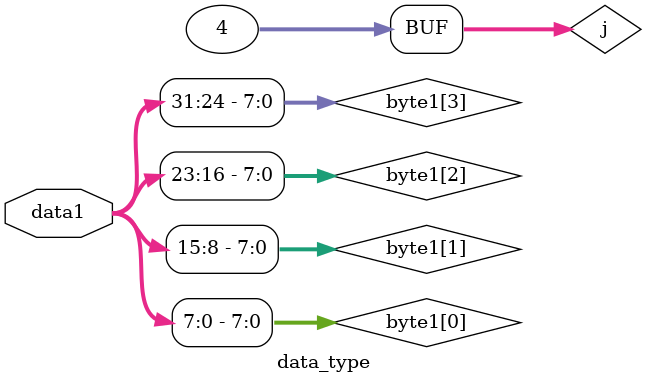
<source format=v>
/* Generated by Yosys 0.9 (git sha1 UNKNOWN, clang 12.0.0 -fPIC -Os) */

(* top =  1  *)
(* src = "data_type.v:1" *)
module data_type(data1);
  (* src = "data_type.v:1" *)
  (* unused_bits = "0 1 2 3 4 5 6 7" *)
  wire [7:0] \byte1[0] ;
  (* src = "data_type.v:1" *)
  (* unused_bits = "0 1 2 3 4 5 6 7" *)
  wire [7:0] \byte1[1] ;
  (* src = "data_type.v:1" *)
  (* unused_bits = "0 1 2 3 4 5 6 7" *)
  wire [7:0] \byte1[2] ;
  (* src = "data_type.v:1" *)
  (* unused_bits = "0 1 2 3 4 5 6 7" *)
  wire [7:0] \byte1[3] ;
  (* src = "data_type.v:2" *)
  input [31:0] data1;
  (* src = "data_type.v:8" *)
  wire [31:0] j;
  assign \byte1[0]  = data1[7:0];
  assign \byte1[1]  = data1[15:8];
  assign \byte1[2]  = data1[23:16];
  assign \byte1[3]  = data1[31:24];
  assign j = 32'd4;
endmodule

</source>
